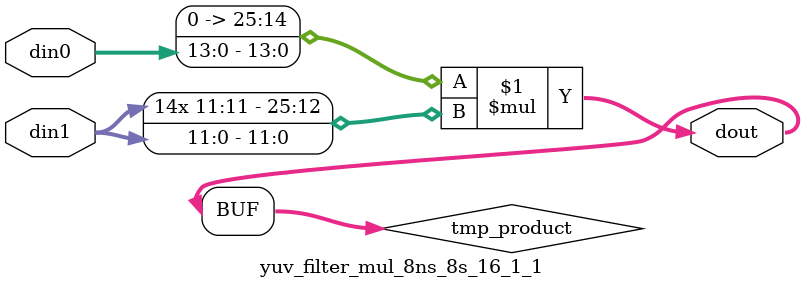
<source format=v>

`timescale 1 ns / 1 ps

 module yuv_filter_mul_8ns_8s_16_1_1(din0, din1, dout);
parameter ID = 1;
parameter NUM_STAGE = 0;
parameter din0_WIDTH = 14;
parameter din1_WIDTH = 12;
parameter dout_WIDTH = 26;

input [din0_WIDTH - 1 : 0] din0; 
input [din1_WIDTH - 1 : 0] din1; 
output [dout_WIDTH - 1 : 0] dout;

wire signed [dout_WIDTH - 1 : 0] tmp_product;

























assign tmp_product = $signed({1'b0, din0}) * $signed(din1);










assign dout = tmp_product;





















endmodule

</source>
